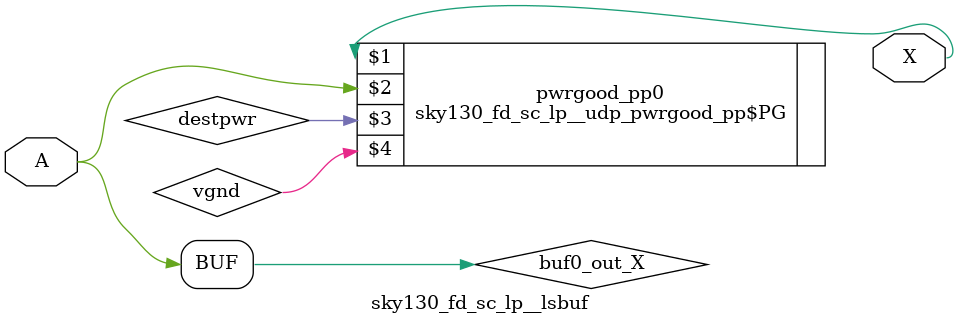
<source format=v>
/*
 * Copyright 2020 The SkyWater PDK Authors
 *
 * Licensed under the Apache License, Version 2.0 (the "License");
 * you may not use this file except in compliance with the License.
 * You may obtain a copy of the License at
 *
 *     https://www.apache.org/licenses/LICENSE-2.0
 *
 * Unless required by applicable law or agreed to in writing, software
 * distributed under the License is distributed on an "AS IS" BASIS,
 * WITHOUT WARRANTIES OR CONDITIONS OF ANY KIND, either express or implied.
 * See the License for the specific language governing permissions and
 * limitations under the License.
 *
 * SPDX-License-Identifier: Apache-2.0
*/


`ifndef SKY130_FD_SC_LP__LSBUF_FUNCTIONAL_V
`define SKY130_FD_SC_LP__LSBUF_FUNCTIONAL_V

/**
 * lsbuf: ????.
 *
 * Verilog simulation functional model.
 */

`timescale 1ns / 1ps
`default_nettype none

// Import user defined primitives.
`include "../../models/udp_pwrgood_pp_pg/sky130_fd_sc_lp__udp_pwrgood_pp_pg.v"

`celldefine
module sky130_fd_sc_lp__lsbuf (
    X,
    A
);

    // Module ports
    output X;
    input  A;

    // Local signals
    wire buf0_out_X;
    wire destpwr   ;
    wire vgnd      ;

    //                                 Name         Output      Other arguments
    buf                                buf0        (buf0_out_X, A                        );
    sky130_fd_sc_lp__udp_pwrgood_pp$PG pwrgood_pp0 (X         , buf0_out_X, destpwr, vgnd);

endmodule
`endcelldefine

`default_nettype wire
`endif  // SKY130_FD_SC_LP__LSBUF_FUNCTIONAL_V

</source>
